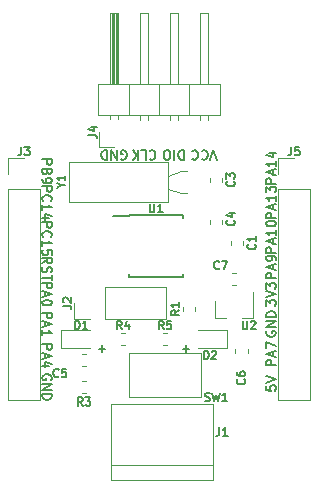
<source format=gbr>
%TF.GenerationSoftware,KiCad,Pcbnew,5.1.2*%
%TF.CreationDate,2019-09-03T08:08:03+08:00*%
%TF.ProjectId,stm32l011d4p6,73746d33-326c-4303-9131-643470362e6b,rev?*%
%TF.SameCoordinates,Original*%
%TF.FileFunction,Legend,Top*%
%TF.FilePolarity,Positive*%
%FSLAX46Y46*%
G04 Gerber Fmt 4.6, Leading zero omitted, Abs format (unit mm)*
G04 Created by KiCad (PCBNEW 5.1.2) date 2019-09-03 08:08:03*
%MOMM*%
%LPD*%
G04 APERTURE LIST*
%ADD10C,0.150000*%
%ADD11C,0.120000*%
G04 APERTURE END LIST*
D10*
X145053095Y-64795523D02*
X145853095Y-64795523D01*
X145853095Y-65100285D01*
X145815000Y-65176476D01*
X145776904Y-65214571D01*
X145700714Y-65252666D01*
X145586428Y-65252666D01*
X145510238Y-65214571D01*
X145472142Y-65176476D01*
X145434047Y-65100285D01*
X145434047Y-64795523D01*
X145472142Y-65862190D02*
X145434047Y-65976476D01*
X145395952Y-66014571D01*
X145319761Y-66052666D01*
X145205476Y-66052666D01*
X145129285Y-66014571D01*
X145091190Y-65976476D01*
X145053095Y-65900285D01*
X145053095Y-65595523D01*
X145853095Y-65595523D01*
X145853095Y-65862190D01*
X145815000Y-65938380D01*
X145776904Y-65976476D01*
X145700714Y-66014571D01*
X145624523Y-66014571D01*
X145548333Y-65976476D01*
X145510238Y-65938380D01*
X145472142Y-65862190D01*
X145472142Y-65595523D01*
X145053095Y-66433619D02*
X145053095Y-66586000D01*
X145091190Y-66662190D01*
X145129285Y-66700285D01*
X145243571Y-66776476D01*
X145395952Y-66814571D01*
X145700714Y-66814571D01*
X145776904Y-66776476D01*
X145815000Y-66738380D01*
X145853095Y-66662190D01*
X145853095Y-66509809D01*
X145815000Y-66433619D01*
X145776904Y-66395523D01*
X145700714Y-66357428D01*
X145510238Y-66357428D01*
X145434047Y-66395523D01*
X145395952Y-66433619D01*
X145357857Y-66509809D01*
X145357857Y-66662190D01*
X145395952Y-66738380D01*
X145434047Y-66776476D01*
X145510238Y-66814571D01*
X145053095Y-67081571D02*
X145853095Y-67081571D01*
X145853095Y-67386333D01*
X145815000Y-67462523D01*
X145776904Y-67500619D01*
X145700714Y-67538714D01*
X145586428Y-67538714D01*
X145510238Y-67500619D01*
X145472142Y-67462523D01*
X145434047Y-67386333D01*
X145434047Y-67081571D01*
X145129285Y-68338714D02*
X145091190Y-68300619D01*
X145053095Y-68186333D01*
X145053095Y-68110142D01*
X145091190Y-67995857D01*
X145167380Y-67919666D01*
X145243571Y-67881571D01*
X145395952Y-67843476D01*
X145510238Y-67843476D01*
X145662619Y-67881571D01*
X145738809Y-67919666D01*
X145815000Y-67995857D01*
X145853095Y-68110142D01*
X145853095Y-68186333D01*
X145815000Y-68300619D01*
X145776904Y-68338714D01*
X145053095Y-69100619D02*
X145053095Y-68643476D01*
X145053095Y-68872047D02*
X145853095Y-68872047D01*
X145738809Y-68795857D01*
X145662619Y-68719666D01*
X145624523Y-68643476D01*
X145586428Y-69786333D02*
X145053095Y-69786333D01*
X145891190Y-69595857D02*
X145319761Y-69405380D01*
X145319761Y-69900619D01*
X145053095Y-70129571D02*
X145853095Y-70129571D01*
X145853095Y-70434333D01*
X145815000Y-70510523D01*
X145776904Y-70548619D01*
X145700714Y-70586714D01*
X145586428Y-70586714D01*
X145510238Y-70548619D01*
X145472142Y-70510523D01*
X145434047Y-70434333D01*
X145434047Y-70129571D01*
X145129285Y-71386714D02*
X145091190Y-71348619D01*
X145053095Y-71234333D01*
X145053095Y-71158142D01*
X145091190Y-71043857D01*
X145167380Y-70967666D01*
X145243571Y-70929571D01*
X145395952Y-70891476D01*
X145510238Y-70891476D01*
X145662619Y-70929571D01*
X145738809Y-70967666D01*
X145815000Y-71043857D01*
X145853095Y-71158142D01*
X145853095Y-71234333D01*
X145815000Y-71348619D01*
X145776904Y-71386714D01*
X145053095Y-72148619D02*
X145053095Y-71691476D01*
X145053095Y-71920047D02*
X145853095Y-71920047D01*
X145738809Y-71843857D01*
X145662619Y-71767666D01*
X145624523Y-71691476D01*
X145853095Y-72872428D02*
X145853095Y-72491476D01*
X145472142Y-72453380D01*
X145510238Y-72491476D01*
X145548333Y-72567666D01*
X145548333Y-72758142D01*
X145510238Y-72834333D01*
X145472142Y-72872428D01*
X145395952Y-72910523D01*
X145205476Y-72910523D01*
X145129285Y-72872428D01*
X145091190Y-72834333D01*
X145053095Y-72758142D01*
X145053095Y-72567666D01*
X145091190Y-72491476D01*
X145129285Y-72453380D01*
X145053095Y-73602904D02*
X145434047Y-73336238D01*
X145053095Y-73145761D02*
X145853095Y-73145761D01*
X145853095Y-73450523D01*
X145815000Y-73526714D01*
X145776904Y-73564809D01*
X145700714Y-73602904D01*
X145586428Y-73602904D01*
X145510238Y-73564809D01*
X145472142Y-73526714D01*
X145434047Y-73450523D01*
X145434047Y-73145761D01*
X145091190Y-73907666D02*
X145053095Y-74021952D01*
X145053095Y-74212428D01*
X145091190Y-74288619D01*
X145129285Y-74326714D01*
X145205476Y-74364809D01*
X145281666Y-74364809D01*
X145357857Y-74326714D01*
X145395952Y-74288619D01*
X145434047Y-74212428D01*
X145472142Y-74060047D01*
X145510238Y-73983857D01*
X145548333Y-73945761D01*
X145624523Y-73907666D01*
X145700714Y-73907666D01*
X145776904Y-73945761D01*
X145815000Y-73983857D01*
X145853095Y-74060047D01*
X145853095Y-74250523D01*
X145815000Y-74364809D01*
X145853095Y-74593380D02*
X145853095Y-75050523D01*
X145053095Y-74821952D02*
X145853095Y-74821952D01*
X145053095Y-75266666D02*
X145853095Y-75266666D01*
X145853095Y-75571428D01*
X145815000Y-75647619D01*
X145776904Y-75685714D01*
X145700714Y-75723809D01*
X145586428Y-75723809D01*
X145510238Y-75685714D01*
X145472142Y-75647619D01*
X145434047Y-75571428D01*
X145434047Y-75266666D01*
X145281666Y-76028571D02*
X145281666Y-76409523D01*
X145053095Y-75952380D02*
X145853095Y-76219047D01*
X145053095Y-76485714D01*
X145853095Y-76904761D02*
X145853095Y-76980952D01*
X145815000Y-77057142D01*
X145776904Y-77095238D01*
X145700714Y-77133333D01*
X145548333Y-77171428D01*
X145357857Y-77171428D01*
X145205476Y-77133333D01*
X145129285Y-77095238D01*
X145091190Y-77057142D01*
X145053095Y-76980952D01*
X145053095Y-76904761D01*
X145091190Y-76828571D01*
X145129285Y-76790476D01*
X145205476Y-76752380D01*
X145357857Y-76714285D01*
X145548333Y-76714285D01*
X145700714Y-76752380D01*
X145776904Y-76790476D01*
X145815000Y-76828571D01*
X145853095Y-76904761D01*
X145053095Y-77806666D02*
X145853095Y-77806666D01*
X145853095Y-78111428D01*
X145815000Y-78187619D01*
X145776904Y-78225714D01*
X145700714Y-78263809D01*
X145586428Y-78263809D01*
X145510238Y-78225714D01*
X145472142Y-78187619D01*
X145434047Y-78111428D01*
X145434047Y-77806666D01*
X145281666Y-78568571D02*
X145281666Y-78949523D01*
X145053095Y-78492380D02*
X145853095Y-78759047D01*
X145053095Y-79025714D01*
X145053095Y-79711428D02*
X145053095Y-79254285D01*
X145053095Y-79482857D02*
X145853095Y-79482857D01*
X145738809Y-79406666D01*
X145662619Y-79330476D01*
X145624523Y-79254285D01*
X145053095Y-80473666D02*
X145853095Y-80473666D01*
X145853095Y-80778428D01*
X145815000Y-80854619D01*
X145776904Y-80892714D01*
X145700714Y-80930809D01*
X145586428Y-80930809D01*
X145510238Y-80892714D01*
X145472142Y-80854619D01*
X145434047Y-80778428D01*
X145434047Y-80473666D01*
X145281666Y-81235571D02*
X145281666Y-81616523D01*
X145053095Y-81159380D02*
X145853095Y-81426047D01*
X145053095Y-81692714D01*
X145586428Y-82302238D02*
X145053095Y-82302238D01*
X145891190Y-82111761D02*
X145319761Y-81921285D01*
X145319761Y-82416523D01*
X145815000Y-83464476D02*
X145853095Y-83388285D01*
X145853095Y-83274000D01*
X145815000Y-83159714D01*
X145738809Y-83083523D01*
X145662619Y-83045428D01*
X145510238Y-83007333D01*
X145395952Y-83007333D01*
X145243571Y-83045428D01*
X145167380Y-83083523D01*
X145091190Y-83159714D01*
X145053095Y-83274000D01*
X145053095Y-83350190D01*
X145091190Y-83464476D01*
X145129285Y-83502571D01*
X145395952Y-83502571D01*
X145395952Y-83350190D01*
X145053095Y-83845428D02*
X145853095Y-83845428D01*
X145053095Y-84302571D01*
X145853095Y-84302571D01*
X145053095Y-84683523D02*
X145853095Y-84683523D01*
X145853095Y-84874000D01*
X145815000Y-84988285D01*
X145738809Y-85064476D01*
X145662619Y-85102571D01*
X145510238Y-85140666D01*
X145395952Y-85140666D01*
X145243571Y-85102571D01*
X145167380Y-85064476D01*
X145091190Y-84988285D01*
X145053095Y-84874000D01*
X145053095Y-84683523D01*
X164026904Y-83972380D02*
X164026904Y-84353333D01*
X164407857Y-84391428D01*
X164369761Y-84353333D01*
X164331666Y-84277142D01*
X164331666Y-84086666D01*
X164369761Y-84010476D01*
X164407857Y-83972380D01*
X164484047Y-83934285D01*
X164674523Y-83934285D01*
X164750714Y-83972380D01*
X164788809Y-84010476D01*
X164826904Y-84086666D01*
X164826904Y-84277142D01*
X164788809Y-84353333D01*
X164750714Y-84391428D01*
X164026904Y-83705714D02*
X164826904Y-83439047D01*
X164026904Y-83172380D01*
X164826904Y-82213333D02*
X164026904Y-82213333D01*
X164026904Y-81908571D01*
X164065000Y-81832380D01*
X164103095Y-81794285D01*
X164179285Y-81756190D01*
X164293571Y-81756190D01*
X164369761Y-81794285D01*
X164407857Y-81832380D01*
X164445952Y-81908571D01*
X164445952Y-82213333D01*
X164598333Y-81451428D02*
X164598333Y-81070476D01*
X164826904Y-81527619D02*
X164026904Y-81260952D01*
X164826904Y-80994285D01*
X164026904Y-80803809D02*
X164026904Y-80270476D01*
X164826904Y-80613333D01*
X164065000Y-79349523D02*
X164026904Y-79425714D01*
X164026904Y-79540000D01*
X164065000Y-79654285D01*
X164141190Y-79730476D01*
X164217380Y-79768571D01*
X164369761Y-79806666D01*
X164484047Y-79806666D01*
X164636428Y-79768571D01*
X164712619Y-79730476D01*
X164788809Y-79654285D01*
X164826904Y-79540000D01*
X164826904Y-79463809D01*
X164788809Y-79349523D01*
X164750714Y-79311428D01*
X164484047Y-79311428D01*
X164484047Y-79463809D01*
X164826904Y-78968571D02*
X164026904Y-78968571D01*
X164826904Y-78511428D01*
X164026904Y-78511428D01*
X164826904Y-78130476D02*
X164026904Y-78130476D01*
X164026904Y-77940000D01*
X164065000Y-77825714D01*
X164141190Y-77749523D01*
X164217380Y-77711428D01*
X164369761Y-77673333D01*
X164484047Y-77673333D01*
X164636428Y-77711428D01*
X164712619Y-77749523D01*
X164788809Y-77825714D01*
X164826904Y-77940000D01*
X164826904Y-78130476D01*
X164026904Y-77190476D02*
X164026904Y-76695238D01*
X164331666Y-76961904D01*
X164331666Y-76847619D01*
X164369761Y-76771428D01*
X164407857Y-76733333D01*
X164484047Y-76695238D01*
X164674523Y-76695238D01*
X164750714Y-76733333D01*
X164788809Y-76771428D01*
X164826904Y-76847619D01*
X164826904Y-77076190D01*
X164788809Y-77152380D01*
X164750714Y-77190476D01*
X164026904Y-76466666D02*
X164826904Y-76200000D01*
X164026904Y-75933333D01*
X164026904Y-75742857D02*
X164026904Y-75247619D01*
X164331666Y-75514285D01*
X164331666Y-75400000D01*
X164369761Y-75323809D01*
X164407857Y-75285714D01*
X164484047Y-75247619D01*
X164674523Y-75247619D01*
X164750714Y-75285714D01*
X164788809Y-75323809D01*
X164826904Y-75400000D01*
X164826904Y-75628571D01*
X164788809Y-75704761D01*
X164750714Y-75742857D01*
X164826904Y-74847333D02*
X164026904Y-74847333D01*
X164026904Y-74542571D01*
X164065000Y-74466380D01*
X164103095Y-74428285D01*
X164179285Y-74390190D01*
X164293571Y-74390190D01*
X164369761Y-74428285D01*
X164407857Y-74466380D01*
X164445952Y-74542571D01*
X164445952Y-74847333D01*
X164598333Y-74085428D02*
X164598333Y-73704476D01*
X164826904Y-74161619D02*
X164026904Y-73894952D01*
X164826904Y-73628285D01*
X164826904Y-73323523D02*
X164826904Y-73171142D01*
X164788809Y-73094952D01*
X164750714Y-73056857D01*
X164636428Y-72980666D01*
X164484047Y-72942571D01*
X164179285Y-72942571D01*
X164103095Y-72980666D01*
X164065000Y-73018761D01*
X164026904Y-73094952D01*
X164026904Y-73247333D01*
X164065000Y-73323523D01*
X164103095Y-73361619D01*
X164179285Y-73399714D01*
X164369761Y-73399714D01*
X164445952Y-73361619D01*
X164484047Y-73323523D01*
X164522142Y-73247333D01*
X164522142Y-73094952D01*
X164484047Y-73018761D01*
X164445952Y-72980666D01*
X164369761Y-72942571D01*
X164826904Y-72688285D02*
X164026904Y-72688285D01*
X164026904Y-72383523D01*
X164065000Y-72307333D01*
X164103095Y-72269238D01*
X164179285Y-72231142D01*
X164293571Y-72231142D01*
X164369761Y-72269238D01*
X164407857Y-72307333D01*
X164445952Y-72383523D01*
X164445952Y-72688285D01*
X164598333Y-71926380D02*
X164598333Y-71545428D01*
X164826904Y-72002571D02*
X164026904Y-71735904D01*
X164826904Y-71469238D01*
X164826904Y-70783523D02*
X164826904Y-71240666D01*
X164826904Y-71012095D02*
X164026904Y-71012095D01*
X164141190Y-71088285D01*
X164217380Y-71164476D01*
X164255476Y-71240666D01*
X164026904Y-70288285D02*
X164026904Y-70212095D01*
X164065000Y-70135904D01*
X164103095Y-70097809D01*
X164179285Y-70059714D01*
X164331666Y-70021619D01*
X164522142Y-70021619D01*
X164674523Y-70059714D01*
X164750714Y-70097809D01*
X164788809Y-70135904D01*
X164826904Y-70212095D01*
X164826904Y-70288285D01*
X164788809Y-70364476D01*
X164750714Y-70402571D01*
X164674523Y-70440666D01*
X164522142Y-70478761D01*
X164331666Y-70478761D01*
X164179285Y-70440666D01*
X164103095Y-70402571D01*
X164065000Y-70364476D01*
X164026904Y-70288285D01*
X164826904Y-69767285D02*
X164026904Y-69767285D01*
X164026904Y-69462523D01*
X164065000Y-69386333D01*
X164103095Y-69348238D01*
X164179285Y-69310142D01*
X164293571Y-69310142D01*
X164369761Y-69348238D01*
X164407857Y-69386333D01*
X164445952Y-69462523D01*
X164445952Y-69767285D01*
X164598333Y-69005380D02*
X164598333Y-68624428D01*
X164826904Y-69081571D02*
X164026904Y-68814904D01*
X164826904Y-68548238D01*
X164826904Y-67862523D02*
X164826904Y-68319666D01*
X164826904Y-68091095D02*
X164026904Y-68091095D01*
X164141190Y-68167285D01*
X164217380Y-68243476D01*
X164255476Y-68319666D01*
X164026904Y-67595857D02*
X164026904Y-67100619D01*
X164331666Y-67367285D01*
X164331666Y-67253000D01*
X164369761Y-67176809D01*
X164407857Y-67138714D01*
X164484047Y-67100619D01*
X164674523Y-67100619D01*
X164750714Y-67138714D01*
X164788809Y-67176809D01*
X164826904Y-67253000D01*
X164826904Y-67481571D01*
X164788809Y-67557761D01*
X164750714Y-67595857D01*
X164826904Y-66846285D02*
X164026904Y-66846285D01*
X164026904Y-66541523D01*
X164065000Y-66465333D01*
X164103095Y-66427238D01*
X164179285Y-66389142D01*
X164293571Y-66389142D01*
X164369761Y-66427238D01*
X164407857Y-66465333D01*
X164445952Y-66541523D01*
X164445952Y-66846285D01*
X164598333Y-66084380D02*
X164598333Y-65703428D01*
X164826904Y-66160571D02*
X164026904Y-65893904D01*
X164826904Y-65627238D01*
X164826904Y-64941523D02*
X164826904Y-65398666D01*
X164826904Y-65170095D02*
X164026904Y-65170095D01*
X164141190Y-65246285D01*
X164217380Y-65322476D01*
X164255476Y-65398666D01*
X164293571Y-64255809D02*
X164826904Y-64255809D01*
X163988809Y-64446285D02*
X164560238Y-64636761D01*
X164560238Y-64141523D01*
X159816666Y-64827095D02*
X159550000Y-64027095D01*
X159283333Y-64827095D01*
X158559523Y-64103285D02*
X158597619Y-64065190D01*
X158711904Y-64027095D01*
X158788095Y-64027095D01*
X158902380Y-64065190D01*
X158978571Y-64141380D01*
X159016666Y-64217571D01*
X159054761Y-64369952D01*
X159054761Y-64484238D01*
X159016666Y-64636619D01*
X158978571Y-64712809D01*
X158902380Y-64789000D01*
X158788095Y-64827095D01*
X158711904Y-64827095D01*
X158597619Y-64789000D01*
X158559523Y-64750904D01*
X157759523Y-64103285D02*
X157797619Y-64065190D01*
X157911904Y-64027095D01*
X157988095Y-64027095D01*
X158102380Y-64065190D01*
X158178571Y-64141380D01*
X158216666Y-64217571D01*
X158254761Y-64369952D01*
X158254761Y-64484238D01*
X158216666Y-64636619D01*
X158178571Y-64712809D01*
X158102380Y-64789000D01*
X157988095Y-64827095D01*
X157911904Y-64827095D01*
X157797619Y-64789000D01*
X157759523Y-64750904D01*
X157029047Y-64027095D02*
X157029047Y-64827095D01*
X156838571Y-64827095D01*
X156724285Y-64789000D01*
X156648095Y-64712809D01*
X156610000Y-64636619D01*
X156571904Y-64484238D01*
X156571904Y-64369952D01*
X156610000Y-64217571D01*
X156648095Y-64141380D01*
X156724285Y-64065190D01*
X156838571Y-64027095D01*
X157029047Y-64027095D01*
X156229047Y-64027095D02*
X156229047Y-64827095D01*
X155695714Y-64827095D02*
X155543333Y-64827095D01*
X155467142Y-64789000D01*
X155390952Y-64712809D01*
X155352857Y-64560428D01*
X155352857Y-64293761D01*
X155390952Y-64141380D01*
X155467142Y-64065190D01*
X155543333Y-64027095D01*
X155695714Y-64027095D01*
X155771904Y-64065190D01*
X155848095Y-64141380D01*
X155886190Y-64293761D01*
X155886190Y-64560428D01*
X155848095Y-64712809D01*
X155771904Y-64789000D01*
X155695714Y-64827095D01*
X154146190Y-64103285D02*
X154184285Y-64065190D01*
X154298571Y-64027095D01*
X154374761Y-64027095D01*
X154489047Y-64065190D01*
X154565238Y-64141380D01*
X154603333Y-64217571D01*
X154641428Y-64369952D01*
X154641428Y-64484238D01*
X154603333Y-64636619D01*
X154565238Y-64712809D01*
X154489047Y-64789000D01*
X154374761Y-64827095D01*
X154298571Y-64827095D01*
X154184285Y-64789000D01*
X154146190Y-64750904D01*
X153422380Y-64027095D02*
X153803333Y-64027095D01*
X153803333Y-64827095D01*
X153155714Y-64027095D02*
X153155714Y-64827095D01*
X152698571Y-64027095D02*
X153041428Y-64484238D01*
X152698571Y-64827095D02*
X153155714Y-64369952D01*
X151739523Y-64789000D02*
X151815714Y-64827095D01*
X151930000Y-64827095D01*
X152044285Y-64789000D01*
X152120476Y-64712809D01*
X152158571Y-64636619D01*
X152196666Y-64484238D01*
X152196666Y-64369952D01*
X152158571Y-64217571D01*
X152120476Y-64141380D01*
X152044285Y-64065190D01*
X151930000Y-64027095D01*
X151853809Y-64027095D01*
X151739523Y-64065190D01*
X151701428Y-64103285D01*
X151701428Y-64369952D01*
X151853809Y-64369952D01*
X151358571Y-64027095D02*
X151358571Y-64827095D01*
X150901428Y-64027095D01*
X150901428Y-64827095D01*
X150520476Y-64027095D02*
X150520476Y-64827095D01*
X150330000Y-64827095D01*
X150215714Y-64789000D01*
X150139523Y-64712809D01*
X150101428Y-64636619D01*
X150063333Y-64484238D01*
X150063333Y-64369952D01*
X150101428Y-64217571D01*
X150139523Y-64141380D01*
X150215714Y-64065190D01*
X150330000Y-64027095D01*
X150520476Y-64027095D01*
X156959333Y-80822000D02*
X157492666Y-80822000D01*
X157226000Y-81088666D02*
X157226000Y-80555333D01*
X149847333Y-80822000D02*
X150380666Y-80822000D01*
X150114000Y-81088666D02*
X150114000Y-80555333D01*
D11*
X156838000Y-67686000D02*
X157288000Y-67686000D01*
X155688000Y-67281000D02*
X156838000Y-67686000D01*
X156838000Y-65786000D02*
X157288000Y-65786000D01*
X155688000Y-66191000D02*
X156838000Y-65786000D01*
X155688000Y-68436000D02*
X155688000Y-65036000D01*
X147288000Y-68436000D02*
X155688000Y-68436000D01*
X147288000Y-65036000D02*
X147288000Y-68436000D01*
X155688000Y-65036000D02*
X147288000Y-65036000D01*
X159710000Y-78230000D02*
X159710000Y-76770000D01*
X162870000Y-78230000D02*
X162870000Y-76070000D01*
X162870000Y-78230000D02*
X161940000Y-78230000D01*
X159710000Y-78230000D02*
X160640000Y-78230000D01*
D10*
X152361000Y-69636000D02*
X151011000Y-69636000D01*
X152361000Y-74761000D02*
X157011000Y-74761000D01*
X152361000Y-69511000D02*
X157011000Y-69511000D01*
X152361000Y-74761000D02*
X152361000Y-74536000D01*
X157011000Y-74761000D02*
X157011000Y-74536000D01*
X157011000Y-69511000D02*
X157011000Y-69736000D01*
X152361000Y-69511000D02*
X152361000Y-69636000D01*
D11*
X152388000Y-84908000D02*
X152388000Y-81208000D01*
X158508000Y-84908000D02*
X152388000Y-84908000D01*
X158508000Y-81208000D02*
X158508000Y-84908000D01*
X152388000Y-81208000D02*
X158508000Y-81208000D01*
X155276733Y-80520000D02*
X155619267Y-80520000D01*
X155276733Y-79500000D02*
X155619267Y-79500000D01*
X152063267Y-79500000D02*
X151720733Y-79500000D01*
X152063267Y-80520000D02*
X151720733Y-80520000D01*
X148418733Y-84584000D02*
X148761267Y-84584000D01*
X148418733Y-83564000D02*
X148761267Y-83564000D01*
X156970000Y-77298733D02*
X156970000Y-77641267D01*
X157990000Y-77298733D02*
X157990000Y-77641267D01*
X165040000Y-64710000D02*
X166370000Y-64710000D01*
X165040000Y-66040000D02*
X165040000Y-64710000D01*
X165040000Y-67310000D02*
X167700000Y-67310000D01*
X167700000Y-67310000D02*
X167700000Y-85150000D01*
X165040000Y-67310000D02*
X165040000Y-85150000D01*
X165040000Y-85150000D02*
X167700000Y-85150000D01*
X149860000Y-63754000D02*
X149860000Y-62484000D01*
X151130000Y-63754000D02*
X149860000Y-63754000D01*
X159130000Y-61441071D02*
X159130000Y-61044000D01*
X158370000Y-61441071D02*
X158370000Y-61044000D01*
X159130000Y-52384000D02*
X159130000Y-58384000D01*
X158370000Y-52384000D02*
X159130000Y-52384000D01*
X158370000Y-58384000D02*
X158370000Y-52384000D01*
X157480000Y-61044000D02*
X157480000Y-58384000D01*
X156590000Y-61441071D02*
X156590000Y-61044000D01*
X155830000Y-61441071D02*
X155830000Y-61044000D01*
X156590000Y-52384000D02*
X156590000Y-58384000D01*
X155830000Y-52384000D02*
X156590000Y-52384000D01*
X155830000Y-58384000D02*
X155830000Y-52384000D01*
X154940000Y-61044000D02*
X154940000Y-58384000D01*
X154050000Y-61441071D02*
X154050000Y-61044000D01*
X153290000Y-61441071D02*
X153290000Y-61044000D01*
X154050000Y-52384000D02*
X154050000Y-58384000D01*
X153290000Y-52384000D02*
X154050000Y-52384000D01*
X153290000Y-58384000D02*
X153290000Y-52384000D01*
X152400000Y-61044000D02*
X152400000Y-58384000D01*
X151510000Y-61374000D02*
X151510000Y-61044000D01*
X150750000Y-61374000D02*
X150750000Y-61044000D01*
X151410000Y-58384000D02*
X151410000Y-52384000D01*
X151290000Y-58384000D02*
X151290000Y-52384000D01*
X151170000Y-58384000D02*
X151170000Y-52384000D01*
X151050000Y-58384000D02*
X151050000Y-52384000D01*
X150930000Y-58384000D02*
X150930000Y-52384000D01*
X150810000Y-58384000D02*
X150810000Y-52384000D01*
X151510000Y-52384000D02*
X151510000Y-58384000D01*
X150750000Y-52384000D02*
X151510000Y-52384000D01*
X150750000Y-58384000D02*
X150750000Y-52384000D01*
X149800000Y-58384000D02*
X149800000Y-61044000D01*
X160080000Y-58384000D02*
X149800000Y-58384000D01*
X160080000Y-61044000D02*
X160080000Y-58384000D01*
X149800000Y-61044000D02*
X160080000Y-61044000D01*
X142180000Y-64710000D02*
X143510000Y-64710000D01*
X142180000Y-66040000D02*
X142180000Y-64710000D01*
X142180000Y-67310000D02*
X144840000Y-67310000D01*
X144840000Y-67310000D02*
X144840000Y-85150000D01*
X142180000Y-67310000D02*
X142180000Y-85150000D01*
X142180000Y-85150000D02*
X144840000Y-85150000D01*
X147768000Y-78292000D02*
X147768000Y-76962000D01*
X149098000Y-78292000D02*
X147768000Y-78292000D01*
X150368000Y-78292000D02*
X150368000Y-75632000D01*
X150368000Y-75632000D02*
X155508000Y-75632000D01*
X150368000Y-78292000D02*
X155508000Y-78292000D01*
X155508000Y-78292000D02*
X155508000Y-75632000D01*
X150844000Y-91914000D02*
X150844000Y-85504000D01*
X159544000Y-90684000D02*
X150844000Y-90684000D01*
X159544000Y-85504000D02*
X159544000Y-91914000D01*
X150844000Y-85504000D02*
X159544000Y-85504000D01*
X150844000Y-91914000D02*
X159544000Y-91914000D01*
X160664000Y-79275000D02*
X158204000Y-79275000D01*
X160664000Y-80745000D02*
X160664000Y-79275000D01*
X158204000Y-80745000D02*
X160664000Y-80745000D01*
X146676000Y-80745000D02*
X149136000Y-80745000D01*
X146676000Y-79275000D02*
X146676000Y-80745000D01*
X149136000Y-79275000D02*
X146676000Y-79275000D01*
X161118733Y-75440000D02*
X161461267Y-75440000D01*
X161118733Y-74420000D02*
X161461267Y-74420000D01*
X162435000Y-81197267D02*
X162435000Y-80854733D01*
X161415000Y-81197267D02*
X161415000Y-80854733D01*
X148761267Y-81278000D02*
X148418733Y-81278000D01*
X148761267Y-82298000D02*
X148418733Y-82298000D01*
X160276000Y-70275267D02*
X160276000Y-69932733D01*
X159256000Y-70275267D02*
X159256000Y-69932733D01*
X159256000Y-66376733D02*
X159256000Y-66719267D01*
X160276000Y-66376733D02*
X160276000Y-66719267D01*
X162054000Y-72053267D02*
X162054000Y-71710733D01*
X161034000Y-72053267D02*
X161034000Y-71710733D01*
D10*
X146668333Y-67008333D02*
X147001666Y-67008333D01*
X146301666Y-67241666D02*
X146668333Y-67008333D01*
X146301666Y-66775000D01*
X147001666Y-66175000D02*
X147001666Y-66575000D01*
X147001666Y-66375000D02*
X146301666Y-66375000D01*
X146401666Y-66441666D01*
X146468333Y-66508333D01*
X146501666Y-66575000D01*
X162026666Y-78483666D02*
X162026666Y-79050333D01*
X162060000Y-79117000D01*
X162093333Y-79150333D01*
X162160000Y-79183666D01*
X162293333Y-79183666D01*
X162360000Y-79150333D01*
X162393333Y-79117000D01*
X162426666Y-79050333D01*
X162426666Y-78483666D01*
X162726666Y-78550333D02*
X162760000Y-78517000D01*
X162826666Y-78483666D01*
X162993333Y-78483666D01*
X163060000Y-78517000D01*
X163093333Y-78550333D01*
X163126666Y-78617000D01*
X163126666Y-78683666D01*
X163093333Y-78783666D01*
X162693333Y-79183666D01*
X163126666Y-79183666D01*
X154152666Y-68577666D02*
X154152666Y-69144333D01*
X154186000Y-69211000D01*
X154219333Y-69244333D01*
X154286000Y-69277666D01*
X154419333Y-69277666D01*
X154486000Y-69244333D01*
X154519333Y-69211000D01*
X154552666Y-69144333D01*
X154552666Y-68577666D01*
X155252666Y-69277666D02*
X154852666Y-69277666D01*
X155052666Y-69277666D02*
X155052666Y-68577666D01*
X154986000Y-68677666D01*
X154919333Y-68744333D01*
X154852666Y-68777666D01*
X158832666Y-85246333D02*
X158932666Y-85279666D01*
X159099333Y-85279666D01*
X159166000Y-85246333D01*
X159199333Y-85213000D01*
X159232666Y-85146333D01*
X159232666Y-85079666D01*
X159199333Y-85013000D01*
X159166000Y-84979666D01*
X159099333Y-84946333D01*
X158966000Y-84913000D01*
X158899333Y-84879666D01*
X158866000Y-84846333D01*
X158832666Y-84779666D01*
X158832666Y-84713000D01*
X158866000Y-84646333D01*
X158899333Y-84613000D01*
X158966000Y-84579666D01*
X159132666Y-84579666D01*
X159232666Y-84613000D01*
X159466000Y-84579666D02*
X159632666Y-85279666D01*
X159766000Y-84779666D01*
X159899333Y-85279666D01*
X160066000Y-84579666D01*
X160699333Y-85279666D02*
X160299333Y-85279666D01*
X160499333Y-85279666D02*
X160499333Y-84579666D01*
X160432666Y-84679666D01*
X160366000Y-84746333D01*
X160299333Y-84779666D01*
X155331333Y-79183666D02*
X155098000Y-78850333D01*
X154931333Y-79183666D02*
X154931333Y-78483666D01*
X155198000Y-78483666D01*
X155264666Y-78517000D01*
X155298000Y-78550333D01*
X155331333Y-78617000D01*
X155331333Y-78717000D01*
X155298000Y-78783666D01*
X155264666Y-78817000D01*
X155198000Y-78850333D01*
X154931333Y-78850333D01*
X155964666Y-78483666D02*
X155631333Y-78483666D01*
X155598000Y-78817000D01*
X155631333Y-78783666D01*
X155698000Y-78750333D01*
X155864666Y-78750333D01*
X155931333Y-78783666D01*
X155964666Y-78817000D01*
X155998000Y-78883666D01*
X155998000Y-79050333D01*
X155964666Y-79117000D01*
X155931333Y-79150333D01*
X155864666Y-79183666D01*
X155698000Y-79183666D01*
X155631333Y-79150333D01*
X155598000Y-79117000D01*
X151775333Y-79183666D02*
X151542000Y-78850333D01*
X151375333Y-79183666D02*
X151375333Y-78483666D01*
X151642000Y-78483666D01*
X151708666Y-78517000D01*
X151742000Y-78550333D01*
X151775333Y-78617000D01*
X151775333Y-78717000D01*
X151742000Y-78783666D01*
X151708666Y-78817000D01*
X151642000Y-78850333D01*
X151375333Y-78850333D01*
X152375333Y-78717000D02*
X152375333Y-79183666D01*
X152208666Y-78450333D02*
X152042000Y-78950333D01*
X152475333Y-78950333D01*
X148473333Y-85660666D02*
X148240000Y-85327333D01*
X148073333Y-85660666D02*
X148073333Y-84960666D01*
X148340000Y-84960666D01*
X148406666Y-84994000D01*
X148440000Y-85027333D01*
X148473333Y-85094000D01*
X148473333Y-85194000D01*
X148440000Y-85260666D01*
X148406666Y-85294000D01*
X148340000Y-85327333D01*
X148073333Y-85327333D01*
X148706666Y-84960666D02*
X149140000Y-84960666D01*
X148906666Y-85227333D01*
X149006666Y-85227333D01*
X149073333Y-85260666D01*
X149106666Y-85294000D01*
X149140000Y-85360666D01*
X149140000Y-85527333D01*
X149106666Y-85594000D01*
X149073333Y-85627333D01*
X149006666Y-85660666D01*
X148806666Y-85660666D01*
X148740000Y-85627333D01*
X148706666Y-85594000D01*
X156653666Y-77586666D02*
X156320333Y-77820000D01*
X156653666Y-77986666D02*
X155953666Y-77986666D01*
X155953666Y-77720000D01*
X155987000Y-77653333D01*
X156020333Y-77620000D01*
X156087000Y-77586666D01*
X156187000Y-77586666D01*
X156253666Y-77620000D01*
X156287000Y-77653333D01*
X156320333Y-77720000D01*
X156320333Y-77986666D01*
X156653666Y-76920000D02*
X156653666Y-77320000D01*
X156653666Y-77120000D02*
X155953666Y-77120000D01*
X156053666Y-77186666D01*
X156120333Y-77253333D01*
X156153666Y-77320000D01*
X166136666Y-63751666D02*
X166136666Y-64251666D01*
X166103333Y-64351666D01*
X166036666Y-64418333D01*
X165936666Y-64451666D01*
X165870000Y-64451666D01*
X166803333Y-63751666D02*
X166470000Y-63751666D01*
X166436666Y-64085000D01*
X166470000Y-64051666D01*
X166536666Y-64018333D01*
X166703333Y-64018333D01*
X166770000Y-64051666D01*
X166803333Y-64085000D01*
X166836666Y-64151666D01*
X166836666Y-64318333D01*
X166803333Y-64385000D01*
X166770000Y-64418333D01*
X166703333Y-64451666D01*
X166536666Y-64451666D01*
X166470000Y-64418333D01*
X166436666Y-64385000D01*
X148968666Y-62717333D02*
X149468666Y-62717333D01*
X149568666Y-62750666D01*
X149635333Y-62817333D01*
X149668666Y-62917333D01*
X149668666Y-62984000D01*
X149202000Y-62084000D02*
X149668666Y-62084000D01*
X148935333Y-62250666D02*
X149435333Y-62417333D01*
X149435333Y-61984000D01*
X143276666Y-63751666D02*
X143276666Y-64251666D01*
X143243333Y-64351666D01*
X143176666Y-64418333D01*
X143076666Y-64451666D01*
X143010000Y-64451666D01*
X143543333Y-63751666D02*
X143976666Y-63751666D01*
X143743333Y-64018333D01*
X143843333Y-64018333D01*
X143910000Y-64051666D01*
X143943333Y-64085000D01*
X143976666Y-64151666D01*
X143976666Y-64318333D01*
X143943333Y-64385000D01*
X143910000Y-64418333D01*
X143843333Y-64451666D01*
X143643333Y-64451666D01*
X143576666Y-64418333D01*
X143543333Y-64385000D01*
X146809666Y-77195333D02*
X147309666Y-77195333D01*
X147409666Y-77228666D01*
X147476333Y-77295333D01*
X147509666Y-77395333D01*
X147509666Y-77462000D01*
X146876333Y-76895333D02*
X146843000Y-76862000D01*
X146809666Y-76795333D01*
X146809666Y-76628666D01*
X146843000Y-76562000D01*
X146876333Y-76528666D01*
X146943000Y-76495333D01*
X147009666Y-76495333D01*
X147109666Y-76528666D01*
X147509666Y-76928666D01*
X147509666Y-76495333D01*
X160040666Y-87500666D02*
X160040666Y-88000666D01*
X160007333Y-88100666D01*
X159940666Y-88167333D01*
X159840666Y-88200666D01*
X159774000Y-88200666D01*
X160740666Y-88200666D02*
X160340666Y-88200666D01*
X160540666Y-88200666D02*
X160540666Y-87500666D01*
X160474000Y-87600666D01*
X160407333Y-87667333D01*
X160340666Y-87700666D01*
X158741333Y-81723666D02*
X158741333Y-81023666D01*
X158908000Y-81023666D01*
X159008000Y-81057000D01*
X159074666Y-81123666D01*
X159108000Y-81190333D01*
X159141333Y-81323666D01*
X159141333Y-81423666D01*
X159108000Y-81557000D01*
X159074666Y-81623666D01*
X159008000Y-81690333D01*
X158908000Y-81723666D01*
X158741333Y-81723666D01*
X159408000Y-81090333D02*
X159441333Y-81057000D01*
X159508000Y-81023666D01*
X159674666Y-81023666D01*
X159741333Y-81057000D01*
X159774666Y-81090333D01*
X159808000Y-81157000D01*
X159808000Y-81223666D01*
X159774666Y-81323666D01*
X159374666Y-81723666D01*
X159808000Y-81723666D01*
X147819333Y-79183666D02*
X147819333Y-78483666D01*
X147986000Y-78483666D01*
X148086000Y-78517000D01*
X148152666Y-78583666D01*
X148186000Y-78650333D01*
X148219333Y-78783666D01*
X148219333Y-78883666D01*
X148186000Y-79017000D01*
X148152666Y-79083666D01*
X148086000Y-79150333D01*
X147986000Y-79183666D01*
X147819333Y-79183666D01*
X148886000Y-79183666D02*
X148486000Y-79183666D01*
X148686000Y-79183666D02*
X148686000Y-78483666D01*
X148619333Y-78583666D01*
X148552666Y-78650333D01*
X148486000Y-78683666D01*
X160030333Y-74037000D02*
X159997000Y-74070333D01*
X159897000Y-74103666D01*
X159830333Y-74103666D01*
X159730333Y-74070333D01*
X159663666Y-74003666D01*
X159630333Y-73937000D01*
X159597000Y-73803666D01*
X159597000Y-73703666D01*
X159630333Y-73570333D01*
X159663666Y-73503666D01*
X159730333Y-73437000D01*
X159830333Y-73403666D01*
X159897000Y-73403666D01*
X159997000Y-73437000D01*
X160030333Y-73470333D01*
X160263666Y-73403666D02*
X160730333Y-73403666D01*
X160430333Y-74103666D01*
X162175000Y-83428666D02*
X162208333Y-83462000D01*
X162241666Y-83562000D01*
X162241666Y-83628666D01*
X162208333Y-83728666D01*
X162141666Y-83795333D01*
X162075000Y-83828666D01*
X161941666Y-83862000D01*
X161841666Y-83862000D01*
X161708333Y-83828666D01*
X161641666Y-83795333D01*
X161575000Y-83728666D01*
X161541666Y-83628666D01*
X161541666Y-83562000D01*
X161575000Y-83462000D01*
X161608333Y-83428666D01*
X161541666Y-82828666D02*
X161541666Y-82962000D01*
X161575000Y-83028666D01*
X161608333Y-83062000D01*
X161708333Y-83128666D01*
X161841666Y-83162000D01*
X162108333Y-83162000D01*
X162175000Y-83128666D01*
X162208333Y-83095333D01*
X162241666Y-83028666D01*
X162241666Y-82895333D01*
X162208333Y-82828666D01*
X162175000Y-82795333D01*
X162108333Y-82762000D01*
X161941666Y-82762000D01*
X161875000Y-82795333D01*
X161841666Y-82828666D01*
X161808333Y-82895333D01*
X161808333Y-83028666D01*
X161841666Y-83095333D01*
X161875000Y-83128666D01*
X161941666Y-83162000D01*
X146441333Y-83181000D02*
X146408000Y-83214333D01*
X146308000Y-83247666D01*
X146241333Y-83247666D01*
X146141333Y-83214333D01*
X146074666Y-83147666D01*
X146041333Y-83081000D01*
X146008000Y-82947666D01*
X146008000Y-82847666D01*
X146041333Y-82714333D01*
X146074666Y-82647666D01*
X146141333Y-82581000D01*
X146241333Y-82547666D01*
X146308000Y-82547666D01*
X146408000Y-82581000D01*
X146441333Y-82614333D01*
X147074666Y-82547666D02*
X146741333Y-82547666D01*
X146708000Y-82881000D01*
X146741333Y-82847666D01*
X146808000Y-82814333D01*
X146974666Y-82814333D01*
X147041333Y-82847666D01*
X147074666Y-82881000D01*
X147108000Y-82947666D01*
X147108000Y-83114333D01*
X147074666Y-83181000D01*
X147041333Y-83214333D01*
X146974666Y-83247666D01*
X146808000Y-83247666D01*
X146741333Y-83214333D01*
X146708000Y-83181000D01*
X161286000Y-69966666D02*
X161319333Y-70000000D01*
X161352666Y-70100000D01*
X161352666Y-70166666D01*
X161319333Y-70266666D01*
X161252666Y-70333333D01*
X161186000Y-70366666D01*
X161052666Y-70400000D01*
X160952666Y-70400000D01*
X160819333Y-70366666D01*
X160752666Y-70333333D01*
X160686000Y-70266666D01*
X160652666Y-70166666D01*
X160652666Y-70100000D01*
X160686000Y-70000000D01*
X160719333Y-69966666D01*
X160886000Y-69366666D02*
X161352666Y-69366666D01*
X160619333Y-69533333D02*
X161119333Y-69700000D01*
X161119333Y-69266666D01*
X161286000Y-66664666D02*
X161319333Y-66698000D01*
X161352666Y-66798000D01*
X161352666Y-66864666D01*
X161319333Y-66964666D01*
X161252666Y-67031333D01*
X161186000Y-67064666D01*
X161052666Y-67098000D01*
X160952666Y-67098000D01*
X160819333Y-67064666D01*
X160752666Y-67031333D01*
X160686000Y-66964666D01*
X160652666Y-66864666D01*
X160652666Y-66798000D01*
X160686000Y-66698000D01*
X160719333Y-66664666D01*
X160652666Y-66431333D02*
X160652666Y-65998000D01*
X160919333Y-66231333D01*
X160919333Y-66131333D01*
X160952666Y-66064666D01*
X160986000Y-66031333D01*
X161052666Y-65998000D01*
X161219333Y-65998000D01*
X161286000Y-66031333D01*
X161319333Y-66064666D01*
X161352666Y-66131333D01*
X161352666Y-66331333D01*
X161319333Y-66398000D01*
X161286000Y-66431333D01*
X163064000Y-71998666D02*
X163097333Y-72032000D01*
X163130666Y-72132000D01*
X163130666Y-72198666D01*
X163097333Y-72298666D01*
X163030666Y-72365333D01*
X162964000Y-72398666D01*
X162830666Y-72432000D01*
X162730666Y-72432000D01*
X162597333Y-72398666D01*
X162530666Y-72365333D01*
X162464000Y-72298666D01*
X162430666Y-72198666D01*
X162430666Y-72132000D01*
X162464000Y-72032000D01*
X162497333Y-71998666D01*
X163130666Y-71332000D02*
X163130666Y-71732000D01*
X163130666Y-71532000D02*
X162430666Y-71532000D01*
X162530666Y-71598666D01*
X162597333Y-71665333D01*
X162630666Y-71732000D01*
M02*

</source>
